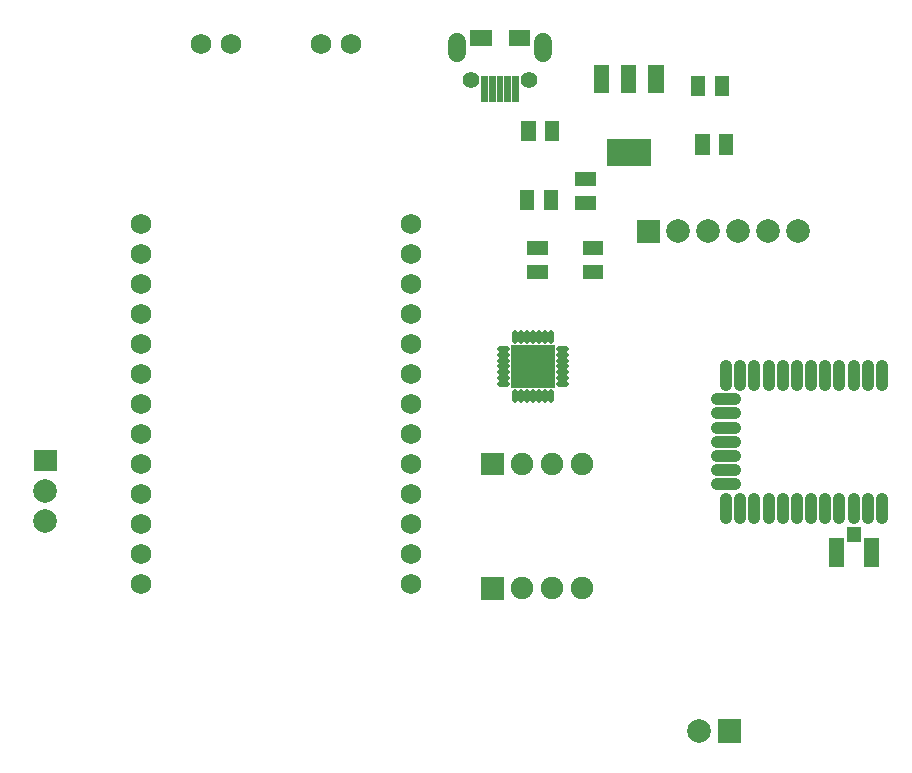
<source format=gts>
G04 Layer: TopSolderMaskLayer*
G04 EasyEDA v6.4.17, 2021-03-16T21:25:48--4:00*
G04 02908657a6854e8f96d385e85a04b694,7db2125e4611476bb2993bf99425ef50,10*
G04 Gerber Generator version 0.2*
G04 Scale: 100 percent, Rotated: No, Reflected: No *
G04 Dimensions in millimeters *
G04 leading zeros omitted , absolute positions ,4 integer and 5 decimal *
%FSLAX45Y45*%
%MOMM*%

%ADD38C,1.5032*%
%ADD39C,0.4832*%
%ADD40C,1.0032*%
%ADD41C,2.0032*%
%ADD48C,1.4032*%
%ADD53C,1.9032*%
%ADD54C,1.7272*%

%LPD*%
D38*
X3486150Y3707366D02*
G01*
X3486150Y3797366D01*
X4210050Y3707366D02*
G01*
X4210050Y3797366D01*
D39*
X4408512Y1204239D02*
G01*
X4346514Y1204239D01*
X4408512Y1154201D02*
G01*
X4346514Y1154201D01*
X4408512Y1104163D02*
G01*
X4346514Y1104163D01*
X4408512Y1054125D02*
G01*
X4346514Y1054125D01*
X4408512Y1004087D02*
G01*
X4346514Y1004087D01*
X4408512Y954049D02*
G01*
X4346514Y954049D01*
X4408512Y904011D02*
G01*
X4346514Y904011D01*
X4277639Y835111D02*
G01*
X4277639Y773112D01*
X4227601Y835111D02*
G01*
X4227601Y773112D01*
X4177563Y835111D02*
G01*
X4177563Y773112D01*
X4127525Y835111D02*
G01*
X4127525Y773112D01*
X4077487Y835111D02*
G01*
X4077487Y773112D01*
X4027449Y835111D02*
G01*
X4027449Y773112D01*
X3977411Y835111D02*
G01*
X3977411Y773112D01*
X3908513Y904011D02*
G01*
X3846515Y904011D01*
X3908513Y954049D02*
G01*
X3846515Y954049D01*
X3908513Y1004087D02*
G01*
X3846515Y1004087D01*
X3908513Y1054125D02*
G01*
X3846515Y1054125D01*
X3908513Y1104163D02*
G01*
X3846515Y1104163D01*
X3908513Y1154201D02*
G01*
X3846515Y1154201D01*
X3908513Y1204239D02*
G01*
X3846515Y1204239D01*
X3977411Y1335110D02*
G01*
X3977411Y1273111D01*
X4027449Y1335110D02*
G01*
X4027449Y1273111D01*
X4077487Y1335110D02*
G01*
X4077487Y1273111D01*
X4127525Y1335110D02*
G01*
X4127525Y1273111D01*
X4177563Y1335110D02*
G01*
X4177563Y1273111D01*
X4227601Y1335110D02*
G01*
X4227601Y1273111D01*
X4277639Y1335110D02*
G01*
X4277639Y1273111D01*
D40*
X7082713Y-68996D02*
G01*
X7082713Y-228996D01*
X6962698Y-68996D02*
G01*
X6962698Y-228996D01*
X6842709Y-68996D02*
G01*
X6842709Y-228996D01*
X6722719Y-68996D02*
G01*
X6722719Y-228996D01*
X6602704Y-68996D02*
G01*
X6602704Y-228996D01*
X6482715Y-68996D02*
G01*
X6482715Y-228996D01*
X6362700Y-68996D02*
G01*
X6362700Y-228996D01*
X6242710Y-68996D02*
G01*
X6242710Y-228996D01*
X6122720Y-68996D02*
G01*
X6122720Y-228996D01*
X6002705Y-68996D02*
G01*
X6002705Y-228996D01*
X5882716Y-68996D02*
G01*
X5882716Y-228996D01*
X5762701Y-68996D02*
G01*
X5762701Y-228996D01*
X5682701Y56006D02*
G01*
X5842701Y56006D01*
X5682701Y175996D02*
G01*
X5842701Y175996D01*
X5682701Y296011D02*
G01*
X5842701Y296011D01*
X5682701Y416001D02*
G01*
X5842701Y416001D01*
X5682701Y535990D02*
G01*
X5842701Y535990D01*
X5682701Y656005D02*
G01*
X5842701Y656005D01*
X5682701Y775995D02*
G01*
X5842701Y775995D01*
X5762701Y1060998D02*
G01*
X5762701Y900998D01*
X5882716Y1060998D02*
G01*
X5882716Y900998D01*
X6002705Y1060998D02*
G01*
X6002705Y900998D01*
X6122720Y1060998D02*
G01*
X6122720Y900998D01*
X6242710Y1060998D02*
G01*
X6242710Y900998D01*
X6362700Y1060998D02*
G01*
X6362700Y900998D01*
X6482715Y1060998D02*
G01*
X6482715Y900998D01*
X6602704Y1060998D02*
G01*
X6602704Y900998D01*
X6722719Y1060998D02*
G01*
X6722719Y900998D01*
X6842709Y1060998D02*
G01*
X6842709Y900998D01*
X6962698Y1060998D02*
G01*
X6962698Y900998D01*
X7082713Y1060998D02*
G01*
X7082713Y900998D01*
D41*
G01*
X5537200Y-2032000D03*
G36*
X5691124Y-2132076D02*
G01*
X5691124Y-1931923D01*
X5891275Y-1931923D01*
X5891275Y-2132076D01*
G37*
G01*
X6375400Y2197100D03*
G01*
X6121400Y2197100D03*
G01*
X5867400Y2197100D03*
G01*
X5613400Y2197100D03*
G01*
X5359400Y2197100D03*
G36*
X5005324Y2097023D02*
G01*
X5005324Y2297176D01*
X5205475Y2297176D01*
X5205475Y2097023D01*
G37*
G01*
X0Y-254000D03*
G01*
X0Y0D03*
G36*
X-100076Y165100D02*
G01*
X-100076Y342900D01*
X100076Y342900D01*
X100076Y165100D01*
G37*
G36*
X6785102Y-430784D02*
G01*
X6785102Y-305562D01*
X6905497Y-305562D01*
X6905497Y-430784D01*
G37*
G36*
X6930136Y-640842D02*
G01*
X6930136Y-400557D01*
X7055358Y-400557D01*
X7055358Y-640842D01*
G37*
G36*
X6635241Y-640842D02*
G01*
X6635241Y-400557D01*
X6760463Y-400557D01*
X6760463Y-640842D01*
G37*
G36*
X3691127Y3295904D02*
G01*
X3691127Y3511804D01*
X3747261Y3511804D01*
X3747261Y3295904D01*
G37*
G36*
X3756152Y3295904D02*
G01*
X3756152Y3511804D01*
X3812031Y3511804D01*
X3812031Y3295904D01*
G37*
G36*
X3821175Y3295904D02*
G01*
X3821175Y3511804D01*
X3877056Y3511804D01*
X3877056Y3295904D01*
G37*
G36*
X3886200Y3295904D02*
G01*
X3886200Y3511804D01*
X3942079Y3511804D01*
X3942079Y3295904D01*
G37*
G36*
X3951224Y3295904D02*
G01*
X3951224Y3511804D01*
X4007104Y3511804D01*
X4007104Y3295904D01*
G37*
G36*
X3598418Y3765042D02*
G01*
X3598418Y3905250D01*
X3778758Y3905250D01*
X3778758Y3765042D01*
G37*
G36*
X3926331Y3763263D02*
G01*
X3926331Y3903726D01*
X4106672Y3903726D01*
X4106672Y3763263D01*
G37*
D48*
G01*
X4090593Y3482365D03*
G01*
X3605606Y3482365D03*
G36*
X5465825Y3341370D02*
G01*
X5465825Y3516629D01*
X5586222Y3516629D01*
X5586222Y3341370D01*
G37*
G36*
X5665977Y3341370D02*
G01*
X5665977Y3516629D01*
X5786374Y3516629D01*
X5786374Y3341370D01*
G37*
G36*
X5105400Y3366770D02*
G01*
X5105400Y3602989D01*
X5234940Y3602989D01*
X5234940Y3366770D01*
G37*
G36*
X4874259Y3366770D02*
G01*
X4874259Y3602989D01*
X5003800Y3602989D01*
X5003800Y3366770D01*
G37*
G36*
X4645659Y3366770D02*
G01*
X4645659Y3602989D01*
X4775200Y3602989D01*
X4775200Y3366770D01*
G37*
G36*
X4753609Y2747010D02*
G01*
X4753609Y2983229D01*
X5124450Y2983229D01*
X5124450Y2747010D01*
G37*
G36*
X3689350Y-920750D02*
G01*
X3689350Y-730250D01*
X3879850Y-730250D01*
X3879850Y-920750D01*
G37*
D53*
G01*
X4038600Y-825500D03*
G01*
X4292600Y-825500D03*
G01*
X4546600Y-825500D03*
G36*
X3689350Y133350D02*
G01*
X3689350Y323850D01*
X3879850Y323850D01*
X3879850Y133350D01*
G37*
G01*
X4038600Y228600D03*
G01*
X4292600Y228600D03*
G01*
X4546600Y228600D03*
D54*
G01*
X3098800Y2260600D03*
G01*
X3098800Y2006600D03*
G01*
X3098800Y1752600D03*
G01*
X3098800Y1498600D03*
G01*
X3098800Y1244600D03*
G01*
X3098800Y990600D03*
G01*
X3098800Y736600D03*
G01*
X3098800Y482600D03*
G01*
X3098800Y228600D03*
G01*
X3098800Y-25400D03*
G01*
X3098800Y-279400D03*
G01*
X3098800Y-533400D03*
G01*
X3098800Y-787400D03*
G01*
X812800Y2260600D03*
G01*
X812800Y2006600D03*
G01*
X812800Y1752600D03*
G01*
X812800Y1498600D03*
G01*
X812800Y1244600D03*
G01*
X812800Y990600D03*
G01*
X812800Y736600D03*
G01*
X812800Y482600D03*
G01*
X812800Y228600D03*
G01*
X812800Y-25400D03*
G01*
X812800Y-279400D03*
G01*
X812800Y-533400D03*
G01*
X812800Y-787400D03*
G01*
X2590800Y3784600D03*
G01*
X2336800Y3784600D03*
G01*
X1574800Y3784600D03*
G01*
X1320800Y3784600D03*
G36*
X3942334Y868934D02*
G01*
X3942334Y1239265D01*
X4312665Y1239265D01*
X4312665Y868934D01*
G37*
G36*
X4484370Y2579878D02*
G01*
X4484370Y2700273D01*
X4659629Y2700273D01*
X4659629Y2579878D01*
G37*
G36*
X4484370Y2379726D02*
G01*
X4484370Y2500121D01*
X4659629Y2500121D01*
X4659629Y2379726D01*
G37*
G36*
X4030725Y2960370D02*
G01*
X4030725Y3135629D01*
X4151122Y3135629D01*
X4151122Y2960370D01*
G37*
G36*
X4230877Y2960370D02*
G01*
X4230877Y3135629D01*
X4351274Y3135629D01*
X4351274Y2960370D01*
G37*
G36*
X4018025Y2376170D02*
G01*
X4018025Y2551429D01*
X4138422Y2551429D01*
X4138422Y2376170D01*
G37*
G36*
X4218177Y2376170D02*
G01*
X4218177Y2551429D01*
X4338574Y2551429D01*
X4338574Y2376170D01*
G37*
G36*
X4547870Y1995678D02*
G01*
X4547870Y2116073D01*
X4723129Y2116073D01*
X4723129Y1995678D01*
G37*
G36*
X4547870Y1795526D02*
G01*
X4547870Y1915921D01*
X4723129Y1915921D01*
X4723129Y1795526D01*
G37*
G36*
X4077970Y1995678D02*
G01*
X4077970Y2116073D01*
X4253229Y2116073D01*
X4253229Y1995678D01*
G37*
G36*
X4077970Y1795526D02*
G01*
X4077970Y1915921D01*
X4253229Y1915921D01*
X4253229Y1795526D01*
G37*
G36*
X5503925Y2846070D02*
G01*
X5503925Y3021329D01*
X5624322Y3021329D01*
X5624322Y2846070D01*
G37*
G36*
X5704077Y2846070D02*
G01*
X5704077Y3021329D01*
X5824474Y3021329D01*
X5824474Y2846070D01*
G37*
M02*

</source>
